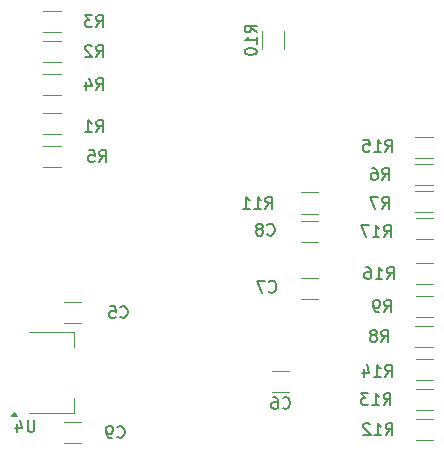
<source format=gbr>
%TF.GenerationSoftware,KiCad,Pcbnew,8.0.7-8.0.7-0~ubuntu22.04.1*%
%TF.CreationDate,2024-12-25T22:08:59+01:00*%
%TF.ProjectId,IEC_Extension,4945435f-4578-4746-956e-73696f6e2e6b,rev?*%
%TF.SameCoordinates,Original*%
%TF.FileFunction,Legend,Bot*%
%TF.FilePolarity,Positive*%
%FSLAX46Y46*%
G04 Gerber Fmt 4.6, Leading zero omitted, Abs format (unit mm)*
G04 Created by KiCad (PCBNEW 8.0.7-8.0.7-0~ubuntu22.04.1) date 2024-12-25 22:08:59*
%MOMM*%
%LPD*%
G01*
G04 APERTURE LIST*
%ADD10C,0.150000*%
%ADD11C,0.120000*%
G04 APERTURE END LIST*
D10*
X231274857Y-60398819D02*
X231608190Y-59922628D01*
X231846285Y-60398819D02*
X231846285Y-59398819D01*
X231846285Y-59398819D02*
X231465333Y-59398819D01*
X231465333Y-59398819D02*
X231370095Y-59446438D01*
X231370095Y-59446438D02*
X231322476Y-59494057D01*
X231322476Y-59494057D02*
X231274857Y-59589295D01*
X231274857Y-59589295D02*
X231274857Y-59732152D01*
X231274857Y-59732152D02*
X231322476Y-59827390D01*
X231322476Y-59827390D02*
X231370095Y-59875009D01*
X231370095Y-59875009D02*
X231465333Y-59922628D01*
X231465333Y-59922628D02*
X231846285Y-59922628D01*
X230322476Y-60398819D02*
X230893904Y-60398819D01*
X230608190Y-60398819D02*
X230608190Y-59398819D01*
X230608190Y-59398819D02*
X230703428Y-59541676D01*
X230703428Y-59541676D02*
X230798666Y-59636914D01*
X230798666Y-59636914D02*
X230893904Y-59684533D01*
X229989142Y-59398819D02*
X229322476Y-59398819D01*
X229322476Y-59398819D02*
X229751047Y-60398819D01*
X231528857Y-63954819D02*
X231862190Y-63478628D01*
X232100285Y-63954819D02*
X232100285Y-62954819D01*
X232100285Y-62954819D02*
X231719333Y-62954819D01*
X231719333Y-62954819D02*
X231624095Y-63002438D01*
X231624095Y-63002438D02*
X231576476Y-63050057D01*
X231576476Y-63050057D02*
X231528857Y-63145295D01*
X231528857Y-63145295D02*
X231528857Y-63288152D01*
X231528857Y-63288152D02*
X231576476Y-63383390D01*
X231576476Y-63383390D02*
X231624095Y-63431009D01*
X231624095Y-63431009D02*
X231719333Y-63478628D01*
X231719333Y-63478628D02*
X232100285Y-63478628D01*
X230576476Y-63954819D02*
X231147904Y-63954819D01*
X230862190Y-63954819D02*
X230862190Y-62954819D01*
X230862190Y-62954819D02*
X230957428Y-63097676D01*
X230957428Y-63097676D02*
X231052666Y-63192914D01*
X231052666Y-63192914D02*
X231147904Y-63240533D01*
X229719333Y-62954819D02*
X229909809Y-62954819D01*
X229909809Y-62954819D02*
X230005047Y-63002438D01*
X230005047Y-63002438D02*
X230052666Y-63050057D01*
X230052666Y-63050057D02*
X230147904Y-63192914D01*
X230147904Y-63192914D02*
X230195523Y-63383390D01*
X230195523Y-63383390D02*
X230195523Y-63764342D01*
X230195523Y-63764342D02*
X230147904Y-63859580D01*
X230147904Y-63859580D02*
X230100285Y-63907200D01*
X230100285Y-63907200D02*
X230005047Y-63954819D01*
X230005047Y-63954819D02*
X229814571Y-63954819D01*
X229814571Y-63954819D02*
X229719333Y-63907200D01*
X229719333Y-63907200D02*
X229671714Y-63859580D01*
X229671714Y-63859580D02*
X229624095Y-63764342D01*
X229624095Y-63764342D02*
X229624095Y-63526247D01*
X229624095Y-63526247D02*
X229671714Y-63431009D01*
X229671714Y-63431009D02*
X229719333Y-63383390D01*
X229719333Y-63383390D02*
X229814571Y-63335771D01*
X229814571Y-63335771D02*
X230005047Y-63335771D01*
X230005047Y-63335771D02*
X230100285Y-63383390D01*
X230100285Y-63383390D02*
X230147904Y-63431009D01*
X230147904Y-63431009D02*
X230195523Y-63526247D01*
X231306666Y-66748819D02*
X231639999Y-66272628D01*
X231878094Y-66748819D02*
X231878094Y-65748819D01*
X231878094Y-65748819D02*
X231497142Y-65748819D01*
X231497142Y-65748819D02*
X231401904Y-65796438D01*
X231401904Y-65796438D02*
X231354285Y-65844057D01*
X231354285Y-65844057D02*
X231306666Y-65939295D01*
X231306666Y-65939295D02*
X231306666Y-66082152D01*
X231306666Y-66082152D02*
X231354285Y-66177390D01*
X231354285Y-66177390D02*
X231401904Y-66225009D01*
X231401904Y-66225009D02*
X231497142Y-66272628D01*
X231497142Y-66272628D02*
X231878094Y-66272628D01*
X230830475Y-66748819D02*
X230639999Y-66748819D01*
X230639999Y-66748819D02*
X230544761Y-66701200D01*
X230544761Y-66701200D02*
X230497142Y-66653580D01*
X230497142Y-66653580D02*
X230401904Y-66510723D01*
X230401904Y-66510723D02*
X230354285Y-66320247D01*
X230354285Y-66320247D02*
X230354285Y-65939295D01*
X230354285Y-65939295D02*
X230401904Y-65844057D01*
X230401904Y-65844057D02*
X230449523Y-65796438D01*
X230449523Y-65796438D02*
X230544761Y-65748819D01*
X230544761Y-65748819D02*
X230735237Y-65748819D01*
X230735237Y-65748819D02*
X230830475Y-65796438D01*
X230830475Y-65796438D02*
X230878094Y-65844057D01*
X230878094Y-65844057D02*
X230925713Y-65939295D01*
X230925713Y-65939295D02*
X230925713Y-66177390D01*
X230925713Y-66177390D02*
X230878094Y-66272628D01*
X230878094Y-66272628D02*
X230830475Y-66320247D01*
X230830475Y-66320247D02*
X230735237Y-66367866D01*
X230735237Y-66367866D02*
X230544761Y-66367866D01*
X230544761Y-66367866D02*
X230449523Y-66320247D01*
X230449523Y-66320247D02*
X230401904Y-66272628D01*
X230401904Y-66272628D02*
X230354285Y-66177390D01*
X231052666Y-69288819D02*
X231385999Y-68812628D01*
X231624094Y-69288819D02*
X231624094Y-68288819D01*
X231624094Y-68288819D02*
X231243142Y-68288819D01*
X231243142Y-68288819D02*
X231147904Y-68336438D01*
X231147904Y-68336438D02*
X231100285Y-68384057D01*
X231100285Y-68384057D02*
X231052666Y-68479295D01*
X231052666Y-68479295D02*
X231052666Y-68622152D01*
X231052666Y-68622152D02*
X231100285Y-68717390D01*
X231100285Y-68717390D02*
X231147904Y-68765009D01*
X231147904Y-68765009D02*
X231243142Y-68812628D01*
X231243142Y-68812628D02*
X231624094Y-68812628D01*
X230481237Y-68717390D02*
X230576475Y-68669771D01*
X230576475Y-68669771D02*
X230624094Y-68622152D01*
X230624094Y-68622152D02*
X230671713Y-68526914D01*
X230671713Y-68526914D02*
X230671713Y-68479295D01*
X230671713Y-68479295D02*
X230624094Y-68384057D01*
X230624094Y-68384057D02*
X230576475Y-68336438D01*
X230576475Y-68336438D02*
X230481237Y-68288819D01*
X230481237Y-68288819D02*
X230290761Y-68288819D01*
X230290761Y-68288819D02*
X230195523Y-68336438D01*
X230195523Y-68336438D02*
X230147904Y-68384057D01*
X230147904Y-68384057D02*
X230100285Y-68479295D01*
X230100285Y-68479295D02*
X230100285Y-68526914D01*
X230100285Y-68526914D02*
X230147904Y-68622152D01*
X230147904Y-68622152D02*
X230195523Y-68669771D01*
X230195523Y-68669771D02*
X230290761Y-68717390D01*
X230290761Y-68717390D02*
X230481237Y-68717390D01*
X230481237Y-68717390D02*
X230576475Y-68765009D01*
X230576475Y-68765009D02*
X230624094Y-68812628D01*
X230624094Y-68812628D02*
X230671713Y-68907866D01*
X230671713Y-68907866D02*
X230671713Y-69098342D01*
X230671713Y-69098342D02*
X230624094Y-69193580D01*
X230624094Y-69193580D02*
X230576475Y-69241200D01*
X230576475Y-69241200D02*
X230481237Y-69288819D01*
X230481237Y-69288819D02*
X230290761Y-69288819D01*
X230290761Y-69288819D02*
X230195523Y-69241200D01*
X230195523Y-69241200D02*
X230147904Y-69193580D01*
X230147904Y-69193580D02*
X230100285Y-69098342D01*
X230100285Y-69098342D02*
X230100285Y-68907866D01*
X230100285Y-68907866D02*
X230147904Y-68812628D01*
X230147904Y-68812628D02*
X230195523Y-68765009D01*
X230195523Y-68765009D02*
X230290761Y-68717390D01*
X201675904Y-75908819D02*
X201675904Y-76718342D01*
X201675904Y-76718342D02*
X201628285Y-76813580D01*
X201628285Y-76813580D02*
X201580666Y-76861200D01*
X201580666Y-76861200D02*
X201485428Y-76908819D01*
X201485428Y-76908819D02*
X201294952Y-76908819D01*
X201294952Y-76908819D02*
X201199714Y-76861200D01*
X201199714Y-76861200D02*
X201152095Y-76813580D01*
X201152095Y-76813580D02*
X201104476Y-76718342D01*
X201104476Y-76718342D02*
X201104476Y-75908819D01*
X200199714Y-76242152D02*
X200199714Y-76908819D01*
X200437809Y-75861200D02*
X200675904Y-76575485D01*
X200675904Y-76575485D02*
X200056857Y-76575485D01*
X208700666Y-77321580D02*
X208748285Y-77369200D01*
X208748285Y-77369200D02*
X208891142Y-77416819D01*
X208891142Y-77416819D02*
X208986380Y-77416819D01*
X208986380Y-77416819D02*
X209129237Y-77369200D01*
X209129237Y-77369200D02*
X209224475Y-77273961D01*
X209224475Y-77273961D02*
X209272094Y-77178723D01*
X209272094Y-77178723D02*
X209319713Y-76988247D01*
X209319713Y-76988247D02*
X209319713Y-76845390D01*
X209319713Y-76845390D02*
X209272094Y-76654914D01*
X209272094Y-76654914D02*
X209224475Y-76559676D01*
X209224475Y-76559676D02*
X209129237Y-76464438D01*
X209129237Y-76464438D02*
X208986380Y-76416819D01*
X208986380Y-76416819D02*
X208891142Y-76416819D01*
X208891142Y-76416819D02*
X208748285Y-76464438D01*
X208748285Y-76464438D02*
X208700666Y-76512057D01*
X208224475Y-77416819D02*
X208033999Y-77416819D01*
X208033999Y-77416819D02*
X207938761Y-77369200D01*
X207938761Y-77369200D02*
X207891142Y-77321580D01*
X207891142Y-77321580D02*
X207795904Y-77178723D01*
X207795904Y-77178723D02*
X207748285Y-76988247D01*
X207748285Y-76988247D02*
X207748285Y-76607295D01*
X207748285Y-76607295D02*
X207795904Y-76512057D01*
X207795904Y-76512057D02*
X207843523Y-76464438D01*
X207843523Y-76464438D02*
X207938761Y-76416819D01*
X207938761Y-76416819D02*
X208129237Y-76416819D01*
X208129237Y-76416819D02*
X208224475Y-76464438D01*
X208224475Y-76464438D02*
X208272094Y-76512057D01*
X208272094Y-76512057D02*
X208319713Y-76607295D01*
X208319713Y-76607295D02*
X208319713Y-76845390D01*
X208319713Y-76845390D02*
X208272094Y-76940628D01*
X208272094Y-76940628D02*
X208224475Y-76988247D01*
X208224475Y-76988247D02*
X208129237Y-77035866D01*
X208129237Y-77035866D02*
X207938761Y-77035866D01*
X207938761Y-77035866D02*
X207843523Y-76988247D01*
X207843523Y-76988247D02*
X207795904Y-76940628D01*
X207795904Y-76940628D02*
X207748285Y-76845390D01*
X221400666Y-60176580D02*
X221448285Y-60224200D01*
X221448285Y-60224200D02*
X221591142Y-60271819D01*
X221591142Y-60271819D02*
X221686380Y-60271819D01*
X221686380Y-60271819D02*
X221829237Y-60224200D01*
X221829237Y-60224200D02*
X221924475Y-60128961D01*
X221924475Y-60128961D02*
X221972094Y-60033723D01*
X221972094Y-60033723D02*
X222019713Y-59843247D01*
X222019713Y-59843247D02*
X222019713Y-59700390D01*
X222019713Y-59700390D02*
X221972094Y-59509914D01*
X221972094Y-59509914D02*
X221924475Y-59414676D01*
X221924475Y-59414676D02*
X221829237Y-59319438D01*
X221829237Y-59319438D02*
X221686380Y-59271819D01*
X221686380Y-59271819D02*
X221591142Y-59271819D01*
X221591142Y-59271819D02*
X221448285Y-59319438D01*
X221448285Y-59319438D02*
X221400666Y-59367057D01*
X220829237Y-59700390D02*
X220924475Y-59652771D01*
X220924475Y-59652771D02*
X220972094Y-59605152D01*
X220972094Y-59605152D02*
X221019713Y-59509914D01*
X221019713Y-59509914D02*
X221019713Y-59462295D01*
X221019713Y-59462295D02*
X220972094Y-59367057D01*
X220972094Y-59367057D02*
X220924475Y-59319438D01*
X220924475Y-59319438D02*
X220829237Y-59271819D01*
X220829237Y-59271819D02*
X220638761Y-59271819D01*
X220638761Y-59271819D02*
X220543523Y-59319438D01*
X220543523Y-59319438D02*
X220495904Y-59367057D01*
X220495904Y-59367057D02*
X220448285Y-59462295D01*
X220448285Y-59462295D02*
X220448285Y-59509914D01*
X220448285Y-59509914D02*
X220495904Y-59605152D01*
X220495904Y-59605152D02*
X220543523Y-59652771D01*
X220543523Y-59652771D02*
X220638761Y-59700390D01*
X220638761Y-59700390D02*
X220829237Y-59700390D01*
X220829237Y-59700390D02*
X220924475Y-59748009D01*
X220924475Y-59748009D02*
X220972094Y-59795628D01*
X220972094Y-59795628D02*
X221019713Y-59890866D01*
X221019713Y-59890866D02*
X221019713Y-60081342D01*
X221019713Y-60081342D02*
X220972094Y-60176580D01*
X220972094Y-60176580D02*
X220924475Y-60224200D01*
X220924475Y-60224200D02*
X220829237Y-60271819D01*
X220829237Y-60271819D02*
X220638761Y-60271819D01*
X220638761Y-60271819D02*
X220543523Y-60224200D01*
X220543523Y-60224200D02*
X220495904Y-60176580D01*
X220495904Y-60176580D02*
X220448285Y-60081342D01*
X220448285Y-60081342D02*
X220448285Y-59890866D01*
X220448285Y-59890866D02*
X220495904Y-59795628D01*
X220495904Y-59795628D02*
X220543523Y-59748009D01*
X220543523Y-59748009D02*
X220638761Y-59700390D01*
X221527666Y-65002580D02*
X221575285Y-65050200D01*
X221575285Y-65050200D02*
X221718142Y-65097819D01*
X221718142Y-65097819D02*
X221813380Y-65097819D01*
X221813380Y-65097819D02*
X221956237Y-65050200D01*
X221956237Y-65050200D02*
X222051475Y-64954961D01*
X222051475Y-64954961D02*
X222099094Y-64859723D01*
X222099094Y-64859723D02*
X222146713Y-64669247D01*
X222146713Y-64669247D02*
X222146713Y-64526390D01*
X222146713Y-64526390D02*
X222099094Y-64335914D01*
X222099094Y-64335914D02*
X222051475Y-64240676D01*
X222051475Y-64240676D02*
X221956237Y-64145438D01*
X221956237Y-64145438D02*
X221813380Y-64097819D01*
X221813380Y-64097819D02*
X221718142Y-64097819D01*
X221718142Y-64097819D02*
X221575285Y-64145438D01*
X221575285Y-64145438D02*
X221527666Y-64193057D01*
X221194332Y-64097819D02*
X220527666Y-64097819D01*
X220527666Y-64097819D02*
X220956237Y-65097819D01*
X222709166Y-74853580D02*
X222756785Y-74901200D01*
X222756785Y-74901200D02*
X222899642Y-74948819D01*
X222899642Y-74948819D02*
X222994880Y-74948819D01*
X222994880Y-74948819D02*
X223137737Y-74901200D01*
X223137737Y-74901200D02*
X223232975Y-74805961D01*
X223232975Y-74805961D02*
X223280594Y-74710723D01*
X223280594Y-74710723D02*
X223328213Y-74520247D01*
X223328213Y-74520247D02*
X223328213Y-74377390D01*
X223328213Y-74377390D02*
X223280594Y-74186914D01*
X223280594Y-74186914D02*
X223232975Y-74091676D01*
X223232975Y-74091676D02*
X223137737Y-73996438D01*
X223137737Y-73996438D02*
X222994880Y-73948819D01*
X222994880Y-73948819D02*
X222899642Y-73948819D01*
X222899642Y-73948819D02*
X222756785Y-73996438D01*
X222756785Y-73996438D02*
X222709166Y-74044057D01*
X221852023Y-73948819D02*
X222042499Y-73948819D01*
X222042499Y-73948819D02*
X222137737Y-73996438D01*
X222137737Y-73996438D02*
X222185356Y-74044057D01*
X222185356Y-74044057D02*
X222280594Y-74186914D01*
X222280594Y-74186914D02*
X222328213Y-74377390D01*
X222328213Y-74377390D02*
X222328213Y-74758342D01*
X222328213Y-74758342D02*
X222280594Y-74853580D01*
X222280594Y-74853580D02*
X222232975Y-74901200D01*
X222232975Y-74901200D02*
X222137737Y-74948819D01*
X222137737Y-74948819D02*
X221947261Y-74948819D01*
X221947261Y-74948819D02*
X221852023Y-74901200D01*
X221852023Y-74901200D02*
X221804404Y-74853580D01*
X221804404Y-74853580D02*
X221756785Y-74758342D01*
X221756785Y-74758342D02*
X221756785Y-74520247D01*
X221756785Y-74520247D02*
X221804404Y-74425009D01*
X221804404Y-74425009D02*
X221852023Y-74377390D01*
X221852023Y-74377390D02*
X221947261Y-74329771D01*
X221947261Y-74329771D02*
X222137737Y-74329771D01*
X222137737Y-74329771D02*
X222232975Y-74377390D01*
X222232975Y-74377390D02*
X222280594Y-74425009D01*
X222280594Y-74425009D02*
X222328213Y-74520247D01*
X208954666Y-67161580D02*
X209002285Y-67209200D01*
X209002285Y-67209200D02*
X209145142Y-67256819D01*
X209145142Y-67256819D02*
X209240380Y-67256819D01*
X209240380Y-67256819D02*
X209383237Y-67209200D01*
X209383237Y-67209200D02*
X209478475Y-67113961D01*
X209478475Y-67113961D02*
X209526094Y-67018723D01*
X209526094Y-67018723D02*
X209573713Y-66828247D01*
X209573713Y-66828247D02*
X209573713Y-66685390D01*
X209573713Y-66685390D02*
X209526094Y-66494914D01*
X209526094Y-66494914D02*
X209478475Y-66399676D01*
X209478475Y-66399676D02*
X209383237Y-66304438D01*
X209383237Y-66304438D02*
X209240380Y-66256819D01*
X209240380Y-66256819D02*
X209145142Y-66256819D01*
X209145142Y-66256819D02*
X209002285Y-66304438D01*
X209002285Y-66304438D02*
X208954666Y-66352057D01*
X208049904Y-66256819D02*
X208526094Y-66256819D01*
X208526094Y-66256819D02*
X208573713Y-66733009D01*
X208573713Y-66733009D02*
X208526094Y-66685390D01*
X208526094Y-66685390D02*
X208430856Y-66637771D01*
X208430856Y-66637771D02*
X208192761Y-66637771D01*
X208192761Y-66637771D02*
X208097523Y-66685390D01*
X208097523Y-66685390D02*
X208049904Y-66733009D01*
X208049904Y-66733009D02*
X208002285Y-66828247D01*
X208002285Y-66828247D02*
X208002285Y-67066342D01*
X208002285Y-67066342D02*
X208049904Y-67161580D01*
X208049904Y-67161580D02*
X208097523Y-67209200D01*
X208097523Y-67209200D02*
X208192761Y-67256819D01*
X208192761Y-67256819D02*
X208430856Y-67256819D01*
X208430856Y-67256819D02*
X208526094Y-67209200D01*
X208526094Y-67209200D02*
X208573713Y-67161580D01*
X231127666Y-55572819D02*
X231460999Y-55096628D01*
X231699094Y-55572819D02*
X231699094Y-54572819D01*
X231699094Y-54572819D02*
X231318142Y-54572819D01*
X231318142Y-54572819D02*
X231222904Y-54620438D01*
X231222904Y-54620438D02*
X231175285Y-54668057D01*
X231175285Y-54668057D02*
X231127666Y-54763295D01*
X231127666Y-54763295D02*
X231127666Y-54906152D01*
X231127666Y-54906152D02*
X231175285Y-55001390D01*
X231175285Y-55001390D02*
X231222904Y-55049009D01*
X231222904Y-55049009D02*
X231318142Y-55096628D01*
X231318142Y-55096628D02*
X231699094Y-55096628D01*
X230270523Y-54572819D02*
X230460999Y-54572819D01*
X230460999Y-54572819D02*
X230556237Y-54620438D01*
X230556237Y-54620438D02*
X230603856Y-54668057D01*
X230603856Y-54668057D02*
X230699094Y-54810914D01*
X230699094Y-54810914D02*
X230746713Y-55001390D01*
X230746713Y-55001390D02*
X230746713Y-55382342D01*
X230746713Y-55382342D02*
X230699094Y-55477580D01*
X230699094Y-55477580D02*
X230651475Y-55525200D01*
X230651475Y-55525200D02*
X230556237Y-55572819D01*
X230556237Y-55572819D02*
X230365761Y-55572819D01*
X230365761Y-55572819D02*
X230270523Y-55525200D01*
X230270523Y-55525200D02*
X230222904Y-55477580D01*
X230222904Y-55477580D02*
X230175285Y-55382342D01*
X230175285Y-55382342D02*
X230175285Y-55144247D01*
X230175285Y-55144247D02*
X230222904Y-55049009D01*
X230222904Y-55049009D02*
X230270523Y-55001390D01*
X230270523Y-55001390D02*
X230365761Y-54953771D01*
X230365761Y-54953771D02*
X230556237Y-54953771D01*
X230556237Y-54953771D02*
X230651475Y-55001390D01*
X230651475Y-55001390D02*
X230699094Y-55049009D01*
X230699094Y-55049009D02*
X230746713Y-55144247D01*
X220503819Y-43071142D02*
X220027628Y-42737809D01*
X220503819Y-42499714D02*
X219503819Y-42499714D01*
X219503819Y-42499714D02*
X219503819Y-42880666D01*
X219503819Y-42880666D02*
X219551438Y-42975904D01*
X219551438Y-42975904D02*
X219599057Y-43023523D01*
X219599057Y-43023523D02*
X219694295Y-43071142D01*
X219694295Y-43071142D02*
X219837152Y-43071142D01*
X219837152Y-43071142D02*
X219932390Y-43023523D01*
X219932390Y-43023523D02*
X219980009Y-42975904D01*
X219980009Y-42975904D02*
X220027628Y-42880666D01*
X220027628Y-42880666D02*
X220027628Y-42499714D01*
X220503819Y-44023523D02*
X220503819Y-43452095D01*
X220503819Y-43737809D02*
X219503819Y-43737809D01*
X219503819Y-43737809D02*
X219646676Y-43642571D01*
X219646676Y-43642571D02*
X219741914Y-43547333D01*
X219741914Y-43547333D02*
X219789533Y-43452095D01*
X219503819Y-44642571D02*
X219503819Y-44737809D01*
X219503819Y-44737809D02*
X219551438Y-44833047D01*
X219551438Y-44833047D02*
X219599057Y-44880666D01*
X219599057Y-44880666D02*
X219694295Y-44928285D01*
X219694295Y-44928285D02*
X219884771Y-44975904D01*
X219884771Y-44975904D02*
X220122866Y-44975904D01*
X220122866Y-44975904D02*
X220313342Y-44928285D01*
X220313342Y-44928285D02*
X220408580Y-44880666D01*
X220408580Y-44880666D02*
X220456200Y-44833047D01*
X220456200Y-44833047D02*
X220503819Y-44737809D01*
X220503819Y-44737809D02*
X220503819Y-44642571D01*
X220503819Y-44642571D02*
X220456200Y-44547333D01*
X220456200Y-44547333D02*
X220408580Y-44499714D01*
X220408580Y-44499714D02*
X220313342Y-44452095D01*
X220313342Y-44452095D02*
X220122866Y-44404476D01*
X220122866Y-44404476D02*
X219884771Y-44404476D01*
X219884771Y-44404476D02*
X219694295Y-44452095D01*
X219694295Y-44452095D02*
X219599057Y-44499714D01*
X219599057Y-44499714D02*
X219551438Y-44547333D01*
X219551438Y-44547333D02*
X219503819Y-44642571D01*
X231248857Y-74622819D02*
X231582190Y-74146628D01*
X231820285Y-74622819D02*
X231820285Y-73622819D01*
X231820285Y-73622819D02*
X231439333Y-73622819D01*
X231439333Y-73622819D02*
X231344095Y-73670438D01*
X231344095Y-73670438D02*
X231296476Y-73718057D01*
X231296476Y-73718057D02*
X231248857Y-73813295D01*
X231248857Y-73813295D02*
X231248857Y-73956152D01*
X231248857Y-73956152D02*
X231296476Y-74051390D01*
X231296476Y-74051390D02*
X231344095Y-74099009D01*
X231344095Y-74099009D02*
X231439333Y-74146628D01*
X231439333Y-74146628D02*
X231820285Y-74146628D01*
X230296476Y-74622819D02*
X230867904Y-74622819D01*
X230582190Y-74622819D02*
X230582190Y-73622819D01*
X230582190Y-73622819D02*
X230677428Y-73765676D01*
X230677428Y-73765676D02*
X230772666Y-73860914D01*
X230772666Y-73860914D02*
X230867904Y-73908533D01*
X229963142Y-73622819D02*
X229344095Y-73622819D01*
X229344095Y-73622819D02*
X229677428Y-74003771D01*
X229677428Y-74003771D02*
X229534571Y-74003771D01*
X229534571Y-74003771D02*
X229439333Y-74051390D01*
X229439333Y-74051390D02*
X229391714Y-74099009D01*
X229391714Y-74099009D02*
X229344095Y-74194247D01*
X229344095Y-74194247D02*
X229344095Y-74432342D01*
X229344095Y-74432342D02*
X229391714Y-74527580D01*
X229391714Y-74527580D02*
X229439333Y-74575200D01*
X229439333Y-74575200D02*
X229534571Y-74622819D01*
X229534571Y-74622819D02*
X229820285Y-74622819D01*
X229820285Y-74622819D02*
X229915523Y-74575200D01*
X229915523Y-74575200D02*
X229963142Y-74527580D01*
X206922666Y-47952819D02*
X207255999Y-47476628D01*
X207494094Y-47952819D02*
X207494094Y-46952819D01*
X207494094Y-46952819D02*
X207113142Y-46952819D01*
X207113142Y-46952819D02*
X207017904Y-47000438D01*
X207017904Y-47000438D02*
X206970285Y-47048057D01*
X206970285Y-47048057D02*
X206922666Y-47143295D01*
X206922666Y-47143295D02*
X206922666Y-47286152D01*
X206922666Y-47286152D02*
X206970285Y-47381390D01*
X206970285Y-47381390D02*
X207017904Y-47429009D01*
X207017904Y-47429009D02*
X207113142Y-47476628D01*
X207113142Y-47476628D02*
X207494094Y-47476628D01*
X206065523Y-47286152D02*
X206065523Y-47952819D01*
X206303618Y-46905200D02*
X206541713Y-47619485D01*
X206541713Y-47619485D02*
X205922666Y-47619485D01*
X231375857Y-72209819D02*
X231709190Y-71733628D01*
X231947285Y-72209819D02*
X231947285Y-71209819D01*
X231947285Y-71209819D02*
X231566333Y-71209819D01*
X231566333Y-71209819D02*
X231471095Y-71257438D01*
X231471095Y-71257438D02*
X231423476Y-71305057D01*
X231423476Y-71305057D02*
X231375857Y-71400295D01*
X231375857Y-71400295D02*
X231375857Y-71543152D01*
X231375857Y-71543152D02*
X231423476Y-71638390D01*
X231423476Y-71638390D02*
X231471095Y-71686009D01*
X231471095Y-71686009D02*
X231566333Y-71733628D01*
X231566333Y-71733628D02*
X231947285Y-71733628D01*
X230423476Y-72209819D02*
X230994904Y-72209819D01*
X230709190Y-72209819D02*
X230709190Y-71209819D01*
X230709190Y-71209819D02*
X230804428Y-71352676D01*
X230804428Y-71352676D02*
X230899666Y-71447914D01*
X230899666Y-71447914D02*
X230994904Y-71495533D01*
X229566333Y-71543152D02*
X229566333Y-72209819D01*
X229804428Y-71162200D02*
X230042523Y-71876485D01*
X230042523Y-71876485D02*
X229423476Y-71876485D01*
X206922666Y-51508819D02*
X207255999Y-51032628D01*
X207494094Y-51508819D02*
X207494094Y-50508819D01*
X207494094Y-50508819D02*
X207113142Y-50508819D01*
X207113142Y-50508819D02*
X207017904Y-50556438D01*
X207017904Y-50556438D02*
X206970285Y-50604057D01*
X206970285Y-50604057D02*
X206922666Y-50699295D01*
X206922666Y-50699295D02*
X206922666Y-50842152D01*
X206922666Y-50842152D02*
X206970285Y-50937390D01*
X206970285Y-50937390D02*
X207017904Y-50985009D01*
X207017904Y-50985009D02*
X207113142Y-51032628D01*
X207113142Y-51032628D02*
X207494094Y-51032628D01*
X205970285Y-51508819D02*
X206541713Y-51508819D01*
X206255999Y-51508819D02*
X206255999Y-50508819D01*
X206255999Y-50508819D02*
X206351237Y-50651676D01*
X206351237Y-50651676D02*
X206446475Y-50746914D01*
X206446475Y-50746914D02*
X206541713Y-50794533D01*
X206922666Y-42618819D02*
X207255999Y-42142628D01*
X207494094Y-42618819D02*
X207494094Y-41618819D01*
X207494094Y-41618819D02*
X207113142Y-41618819D01*
X207113142Y-41618819D02*
X207017904Y-41666438D01*
X207017904Y-41666438D02*
X206970285Y-41714057D01*
X206970285Y-41714057D02*
X206922666Y-41809295D01*
X206922666Y-41809295D02*
X206922666Y-41952152D01*
X206922666Y-41952152D02*
X206970285Y-42047390D01*
X206970285Y-42047390D02*
X207017904Y-42095009D01*
X207017904Y-42095009D02*
X207113142Y-42142628D01*
X207113142Y-42142628D02*
X207494094Y-42142628D01*
X206589332Y-41618819D02*
X205970285Y-41618819D01*
X205970285Y-41618819D02*
X206303618Y-41999771D01*
X206303618Y-41999771D02*
X206160761Y-41999771D01*
X206160761Y-41999771D02*
X206065523Y-42047390D01*
X206065523Y-42047390D02*
X206017904Y-42095009D01*
X206017904Y-42095009D02*
X205970285Y-42190247D01*
X205970285Y-42190247D02*
X205970285Y-42428342D01*
X205970285Y-42428342D02*
X206017904Y-42523580D01*
X206017904Y-42523580D02*
X206065523Y-42571200D01*
X206065523Y-42571200D02*
X206160761Y-42618819D01*
X206160761Y-42618819D02*
X206446475Y-42618819D01*
X206446475Y-42618819D02*
X206541713Y-42571200D01*
X206541713Y-42571200D02*
X206589332Y-42523580D01*
X231401857Y-53159819D02*
X231735190Y-52683628D01*
X231973285Y-53159819D02*
X231973285Y-52159819D01*
X231973285Y-52159819D02*
X231592333Y-52159819D01*
X231592333Y-52159819D02*
X231497095Y-52207438D01*
X231497095Y-52207438D02*
X231449476Y-52255057D01*
X231449476Y-52255057D02*
X231401857Y-52350295D01*
X231401857Y-52350295D02*
X231401857Y-52493152D01*
X231401857Y-52493152D02*
X231449476Y-52588390D01*
X231449476Y-52588390D02*
X231497095Y-52636009D01*
X231497095Y-52636009D02*
X231592333Y-52683628D01*
X231592333Y-52683628D02*
X231973285Y-52683628D01*
X230449476Y-53159819D02*
X231020904Y-53159819D01*
X230735190Y-53159819D02*
X230735190Y-52159819D01*
X230735190Y-52159819D02*
X230830428Y-52302676D01*
X230830428Y-52302676D02*
X230925666Y-52397914D01*
X230925666Y-52397914D02*
X231020904Y-52445533D01*
X229544714Y-52159819D02*
X230020904Y-52159819D01*
X230020904Y-52159819D02*
X230068523Y-52636009D01*
X230068523Y-52636009D02*
X230020904Y-52588390D01*
X230020904Y-52588390D02*
X229925666Y-52540771D01*
X229925666Y-52540771D02*
X229687571Y-52540771D01*
X229687571Y-52540771D02*
X229592333Y-52588390D01*
X229592333Y-52588390D02*
X229544714Y-52636009D01*
X229544714Y-52636009D02*
X229497095Y-52731247D01*
X229497095Y-52731247D02*
X229497095Y-52969342D01*
X229497095Y-52969342D02*
X229544714Y-53064580D01*
X229544714Y-53064580D02*
X229592333Y-53112200D01*
X229592333Y-53112200D02*
X229687571Y-53159819D01*
X229687571Y-53159819D02*
X229925666Y-53159819D01*
X229925666Y-53159819D02*
X230020904Y-53112200D01*
X230020904Y-53112200D02*
X230068523Y-53064580D01*
X206922666Y-45158819D02*
X207255999Y-44682628D01*
X207494094Y-45158819D02*
X207494094Y-44158819D01*
X207494094Y-44158819D02*
X207113142Y-44158819D01*
X207113142Y-44158819D02*
X207017904Y-44206438D01*
X207017904Y-44206438D02*
X206970285Y-44254057D01*
X206970285Y-44254057D02*
X206922666Y-44349295D01*
X206922666Y-44349295D02*
X206922666Y-44492152D01*
X206922666Y-44492152D02*
X206970285Y-44587390D01*
X206970285Y-44587390D02*
X207017904Y-44635009D01*
X207017904Y-44635009D02*
X207113142Y-44682628D01*
X207113142Y-44682628D02*
X207494094Y-44682628D01*
X206541713Y-44254057D02*
X206494094Y-44206438D01*
X206494094Y-44206438D02*
X206398856Y-44158819D01*
X206398856Y-44158819D02*
X206160761Y-44158819D01*
X206160761Y-44158819D02*
X206065523Y-44206438D01*
X206065523Y-44206438D02*
X206017904Y-44254057D01*
X206017904Y-44254057D02*
X205970285Y-44349295D01*
X205970285Y-44349295D02*
X205970285Y-44444533D01*
X205970285Y-44444533D02*
X206017904Y-44587390D01*
X206017904Y-44587390D02*
X206589332Y-45158819D01*
X206589332Y-45158819D02*
X205970285Y-45158819D01*
X221241857Y-57985819D02*
X221575190Y-57509628D01*
X221813285Y-57985819D02*
X221813285Y-56985819D01*
X221813285Y-56985819D02*
X221432333Y-56985819D01*
X221432333Y-56985819D02*
X221337095Y-57033438D01*
X221337095Y-57033438D02*
X221289476Y-57081057D01*
X221289476Y-57081057D02*
X221241857Y-57176295D01*
X221241857Y-57176295D02*
X221241857Y-57319152D01*
X221241857Y-57319152D02*
X221289476Y-57414390D01*
X221289476Y-57414390D02*
X221337095Y-57462009D01*
X221337095Y-57462009D02*
X221432333Y-57509628D01*
X221432333Y-57509628D02*
X221813285Y-57509628D01*
X220289476Y-57985819D02*
X220860904Y-57985819D01*
X220575190Y-57985819D02*
X220575190Y-56985819D01*
X220575190Y-56985819D02*
X220670428Y-57128676D01*
X220670428Y-57128676D02*
X220765666Y-57223914D01*
X220765666Y-57223914D02*
X220860904Y-57271533D01*
X219337095Y-57985819D02*
X219908523Y-57985819D01*
X219622809Y-57985819D02*
X219622809Y-56985819D01*
X219622809Y-56985819D02*
X219718047Y-57128676D01*
X219718047Y-57128676D02*
X219813285Y-57223914D01*
X219813285Y-57223914D02*
X219908523Y-57271533D01*
X231127666Y-57985819D02*
X231460999Y-57509628D01*
X231699094Y-57985819D02*
X231699094Y-56985819D01*
X231699094Y-56985819D02*
X231318142Y-56985819D01*
X231318142Y-56985819D02*
X231222904Y-57033438D01*
X231222904Y-57033438D02*
X231175285Y-57081057D01*
X231175285Y-57081057D02*
X231127666Y-57176295D01*
X231127666Y-57176295D02*
X231127666Y-57319152D01*
X231127666Y-57319152D02*
X231175285Y-57414390D01*
X231175285Y-57414390D02*
X231222904Y-57462009D01*
X231222904Y-57462009D02*
X231318142Y-57509628D01*
X231318142Y-57509628D02*
X231699094Y-57509628D01*
X230794332Y-56985819D02*
X230127666Y-56985819D01*
X230127666Y-56985819D02*
X230556237Y-57985819D01*
X207176666Y-54048819D02*
X207509999Y-53572628D01*
X207748094Y-54048819D02*
X207748094Y-53048819D01*
X207748094Y-53048819D02*
X207367142Y-53048819D01*
X207367142Y-53048819D02*
X207271904Y-53096438D01*
X207271904Y-53096438D02*
X207224285Y-53144057D01*
X207224285Y-53144057D02*
X207176666Y-53239295D01*
X207176666Y-53239295D02*
X207176666Y-53382152D01*
X207176666Y-53382152D02*
X207224285Y-53477390D01*
X207224285Y-53477390D02*
X207271904Y-53525009D01*
X207271904Y-53525009D02*
X207367142Y-53572628D01*
X207367142Y-53572628D02*
X207748094Y-53572628D01*
X206271904Y-53048819D02*
X206748094Y-53048819D01*
X206748094Y-53048819D02*
X206795713Y-53525009D01*
X206795713Y-53525009D02*
X206748094Y-53477390D01*
X206748094Y-53477390D02*
X206652856Y-53429771D01*
X206652856Y-53429771D02*
X206414761Y-53429771D01*
X206414761Y-53429771D02*
X206319523Y-53477390D01*
X206319523Y-53477390D02*
X206271904Y-53525009D01*
X206271904Y-53525009D02*
X206224285Y-53620247D01*
X206224285Y-53620247D02*
X206224285Y-53858342D01*
X206224285Y-53858342D02*
X206271904Y-53953580D01*
X206271904Y-53953580D02*
X206319523Y-54001200D01*
X206319523Y-54001200D02*
X206414761Y-54048819D01*
X206414761Y-54048819D02*
X206652856Y-54048819D01*
X206652856Y-54048819D02*
X206748094Y-54001200D01*
X206748094Y-54001200D02*
X206795713Y-53953580D01*
X231427857Y-77162819D02*
X231761190Y-76686628D01*
X231999285Y-77162819D02*
X231999285Y-76162819D01*
X231999285Y-76162819D02*
X231618333Y-76162819D01*
X231618333Y-76162819D02*
X231523095Y-76210438D01*
X231523095Y-76210438D02*
X231475476Y-76258057D01*
X231475476Y-76258057D02*
X231427857Y-76353295D01*
X231427857Y-76353295D02*
X231427857Y-76496152D01*
X231427857Y-76496152D02*
X231475476Y-76591390D01*
X231475476Y-76591390D02*
X231523095Y-76639009D01*
X231523095Y-76639009D02*
X231618333Y-76686628D01*
X231618333Y-76686628D02*
X231999285Y-76686628D01*
X230475476Y-77162819D02*
X231046904Y-77162819D01*
X230761190Y-77162819D02*
X230761190Y-76162819D01*
X230761190Y-76162819D02*
X230856428Y-76305676D01*
X230856428Y-76305676D02*
X230951666Y-76400914D01*
X230951666Y-76400914D02*
X231046904Y-76448533D01*
X230094523Y-76258057D02*
X230046904Y-76210438D01*
X230046904Y-76210438D02*
X229951666Y-76162819D01*
X229951666Y-76162819D02*
X229713571Y-76162819D01*
X229713571Y-76162819D02*
X229618333Y-76210438D01*
X229618333Y-76210438D02*
X229570714Y-76258057D01*
X229570714Y-76258057D02*
X229523095Y-76353295D01*
X229523095Y-76353295D02*
X229523095Y-76448533D01*
X229523095Y-76448533D02*
X229570714Y-76591390D01*
X229570714Y-76591390D02*
X230142142Y-77162819D01*
X230142142Y-77162819D02*
X229523095Y-77162819D01*
D11*
%TO.C,R17*%
X233994936Y-58780000D02*
X235449064Y-58780000D01*
X233994936Y-60600000D02*
X235449064Y-60600000D01*
%TO.C,R16*%
X233994936Y-62590000D02*
X235449064Y-62590000D01*
X233994936Y-64410000D02*
X235449064Y-64410000D01*
%TO.C,R9*%
X233968936Y-65384000D02*
X235423064Y-65384000D01*
X233968936Y-67204000D02*
X235423064Y-67204000D01*
%TO.C,R8*%
X233942936Y-67924000D02*
X235397064Y-67924000D01*
X233942936Y-69744000D02*
X235397064Y-69744000D01*
%TO.C,U4*%
X205008000Y-75292000D02*
X201248000Y-75292000D01*
X205008000Y-68472000D02*
X201248000Y-68472000D01*
X205008000Y-74032000D02*
X205008000Y-75292000D01*
X205008000Y-69732000D02*
X205008000Y-68472000D01*
X200208000Y-75522000D02*
X199728000Y-75522000D01*
X199968000Y-75192000D01*
X200208000Y-75522000D01*
G36*
X200208000Y-75522000D02*
G01*
X199728000Y-75522000D01*
X199968000Y-75192000D01*
X200208000Y-75522000D01*
G37*
%TO.C,C9*%
X205650752Y-77872000D02*
X204228248Y-77872000D01*
X205650752Y-76052000D02*
X204228248Y-76052000D01*
%TO.C,C8*%
X224294248Y-59034000D02*
X225716752Y-59034000D01*
X224294248Y-60854000D02*
X225716752Y-60854000D01*
%TO.C,C7*%
X224294248Y-63860000D02*
X225716752Y-63860000D01*
X224294248Y-65680000D02*
X225716752Y-65680000D01*
%TO.C,C6*%
X223253752Y-73554000D02*
X221831248Y-73554000D01*
X223253752Y-71734000D02*
X221831248Y-71734000D01*
%TO.C,C5*%
X205650752Y-67712000D02*
X204228248Y-67712000D01*
X205650752Y-65892000D02*
X204228248Y-65892000D01*
%TO.C,R6*%
X233942936Y-54208000D02*
X235397064Y-54208000D01*
X233942936Y-56028000D02*
X235397064Y-56028000D01*
%TO.C,R10*%
X220959000Y-44441064D02*
X220959000Y-42986936D01*
X222779000Y-44441064D02*
X222779000Y-42986936D01*
%TO.C,R13*%
X233968936Y-73258000D02*
X235423064Y-73258000D01*
X233968936Y-75078000D02*
X235423064Y-75078000D01*
%TO.C,R4*%
X203901064Y-48408000D02*
X202446936Y-48408000D01*
X203901064Y-46588000D02*
X202446936Y-46588000D01*
%TO.C,R14*%
X233968936Y-72538000D02*
X235423064Y-72538000D01*
X233968936Y-70718000D02*
X235423064Y-70718000D01*
%TO.C,R1*%
X203901064Y-51710000D02*
X202446936Y-51710000D01*
X203901064Y-49890000D02*
X202446936Y-49890000D01*
%TO.C,R3*%
X203901064Y-41254000D02*
X202446936Y-41254000D01*
X203901064Y-43074000D02*
X202446936Y-43074000D01*
%TO.C,R15*%
X233942936Y-51922000D02*
X235397064Y-51922000D01*
X233942936Y-53742000D02*
X235397064Y-53742000D01*
%TO.C,R2*%
X203901064Y-45614000D02*
X202446936Y-45614000D01*
X203901064Y-43794000D02*
X202446936Y-43794000D01*
%TO.C,R11*%
X224215936Y-58441000D02*
X225670064Y-58441000D01*
X224215936Y-56621000D02*
X225670064Y-56621000D01*
%TO.C,R7*%
X233942936Y-56494000D02*
X235397064Y-56494000D01*
X233942936Y-58314000D02*
X235397064Y-58314000D01*
%TO.C,R5*%
X203901064Y-54504000D02*
X202446936Y-54504000D01*
X203901064Y-52684000D02*
X202446936Y-52684000D01*
%TO.C,R12*%
X233968936Y-75798000D02*
X235423064Y-75798000D01*
X233968936Y-77618000D02*
X235423064Y-77618000D01*
%TD*%
M02*

</source>
